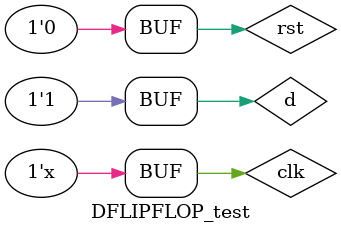
<source format=v>
`timescale 1ns / 1ps


module DFLIPFLOP_test;
reg clk,rst,d;
wire q;
DFLIPFLOP uut(.clk(clk),.d(d),.rst(rst),.q(q));
initial
begin
rst=1;
clk=1'b0;
#100; rst=0; d=0;
#100; d=1;
end
always
#30 clk=~clk;
endmodule

</source>
